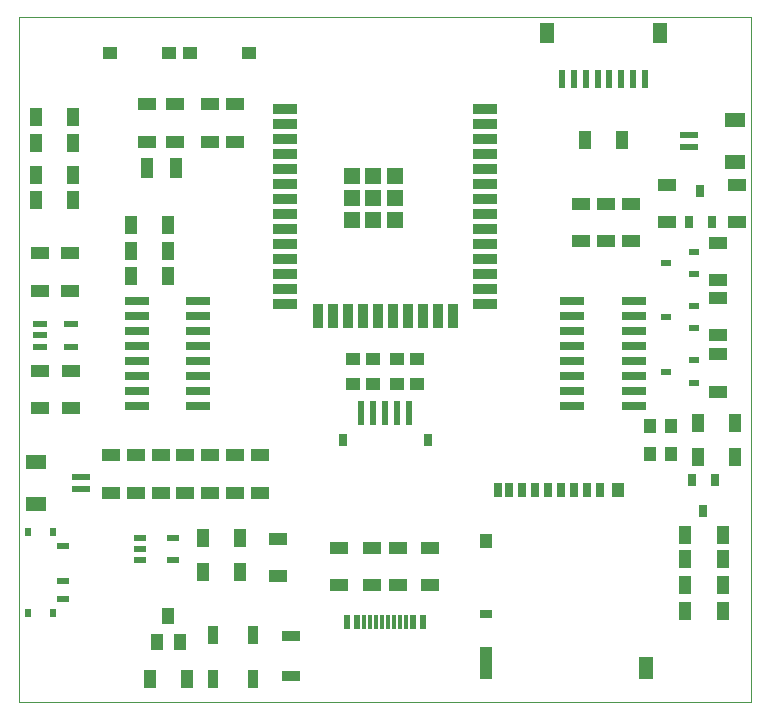
<source format=gbr>
G04 PROTEUS GERBER X2 FILE*
%TF.GenerationSoftware,Labcenter,Proteus,8.17-SP5-Build39395*%
%TF.CreationDate,2025-01-31T21:13:05+00:00*%
%TF.FileFunction,Paste,Top*%
%TF.FilePolarity,Positive*%
%TF.Part,Single*%
%TF.SameCoordinates,{25d9a88a-2623-41a1-bce1-36a6f26497cc}*%
%FSLAX45Y45*%
%MOMM*%
G01*
%TA.AperFunction,Material*%
%ADD106R,0.590000X1.150000*%
%ADD107R,0.300000X1.150000*%
%TA.AperFunction,Material*%
%ADD108R,0.889000X1.524000*%
%TA.AperFunction,Material*%
%ADD109R,1.092200X0.609600*%
%TA.AperFunction,Material*%
%ADD110R,2.000000X0.900000*%
%ADD111R,0.900000X2.000000*%
%ADD112R,1.330000X1.330000*%
%TA.AperFunction,Material*%
%ADD113R,2.032000X0.635000*%
%TA.AperFunction,Material*%
%ADD114R,1.524000X1.016000*%
%TA.AperFunction,Material*%
%ADD115R,0.700000X1.200000*%
%ADD116R,1.000000X1.200000*%
%ADD117R,1.000000X2.800000*%
%ADD118R,1.300000X1.899920*%
%ADD119R,1.000000X0.800100*%
%TA.AperFunction,Material*%
%ADD120R,1.000000X0.500000*%
%ADD121R,0.500000X0.800000*%
%TA.AperFunction,Material*%
%ADD122R,1.550000X0.600000*%
%ADD123R,1.800000X1.200000*%
%TA.AperFunction,Material*%
%ADD124R,1.000000X1.400000*%
%TA.AperFunction,Material*%
%ADD125R,1.016000X1.524000*%
%TA.AperFunction,Material*%
%ADD126R,1.270000X0.558800*%
%TA.AperFunction,Material*%
%ADD127R,1.250000X1.100000*%
%ADD128R,1.000000X1.800000*%
%TA.AperFunction,Material*%
%ADD129R,0.939800X0.609600*%
%ADD130R,0.700000X1.000000*%
%TA.AperFunction,Material*%
%ADD131R,0.600000X1.550000*%
%ADD132R,1.200000X1.800000*%
%TA.AperFunction,Material*%
%ADD133R,1.524000X0.889000*%
%ADD134R,1.270000X1.016000*%
%TA.AperFunction,Material*%
%ADD135R,0.600000X2.000000*%
%ADD136R,0.750000X1.000000*%
%TA.AperFunction,Material*%
%ADD137R,1.100000X1.300000*%
%TA.AperFunction,Profile*%
%ADD46C,0.101600*%
%TD.AperFunction*%
D106*
X+2780000Y+680000D03*
X+2860000Y+680000D03*
D107*
X+2975000Y+680000D03*
X+3075000Y+680000D03*
X+3125000Y+680000D03*
X+3225000Y+680000D03*
D106*
X+3420000Y+680000D03*
X+3340000Y+680000D03*
D107*
X+3275006Y+680000D03*
X+3175000Y+680000D03*
X+3025000Y+680000D03*
X+2924994Y+680000D03*
D108*
X+1981125Y+570000D03*
X+1641125Y+570000D03*
D109*
X+1024388Y+1391008D03*
X+1024388Y+1296008D03*
X+1024388Y+1201008D03*
X+1304388Y+1201008D03*
X+1304388Y+1391008D03*
D110*
X+2250000Y+5020000D03*
X+2250000Y+4893000D03*
X+2250000Y+4766000D03*
X+2250000Y+4639000D03*
X+2250000Y+4512000D03*
X+2250000Y+4385000D03*
X+2250000Y+4258000D03*
X+2250000Y+4131000D03*
X+2250000Y+4004000D03*
X+2250000Y+3877000D03*
X+2250000Y+3750000D03*
X+2250000Y+3623000D03*
X+2250000Y+3496000D03*
X+2250000Y+3369000D03*
D111*
X+2528500Y+3269000D03*
X+2655500Y+3269000D03*
X+2782500Y+3269000D03*
X+2909500Y+3269000D03*
X+3036500Y+3269000D03*
X+3163500Y+3269000D03*
X+3290500Y+3269000D03*
X+3417500Y+3269000D03*
X+3544500Y+3269000D03*
X+3671500Y+3269000D03*
D110*
X+3950000Y+3369000D03*
X+3950000Y+3496000D03*
X+3950000Y+3623000D03*
X+3950000Y+3750000D03*
X+3950000Y+3877000D03*
X+3950000Y+4004000D03*
X+3950000Y+4131000D03*
X+3950000Y+4258000D03*
X+3950000Y+4385000D03*
X+3950000Y+4512000D03*
X+3950000Y+4639000D03*
X+3950000Y+4766000D03*
X+3950000Y+4893000D03*
X+3950000Y+5020000D03*
D112*
X+2817000Y+4454000D03*
X+3000000Y+4454000D03*
X+3183000Y+4454000D03*
X+2817000Y+4270000D03*
X+3000000Y+4270000D03*
X+3183000Y+4270000D03*
X+2817000Y+4087000D03*
X+3000000Y+4087000D03*
X+3183000Y+4087000D03*
D113*
X+4684650Y+3395000D03*
X+4684650Y+3268000D03*
X+4684650Y+3141000D03*
X+4684650Y+3014000D03*
X+4684650Y+2887000D03*
X+4684650Y+2760000D03*
X+4684650Y+2633000D03*
X+4684650Y+2506000D03*
X+5205350Y+2506000D03*
X+5205350Y+2633000D03*
X+5205350Y+2760000D03*
X+5205350Y+2887000D03*
X+5205350Y+3014000D03*
X+5205350Y+3141000D03*
X+5205350Y+3268000D03*
X+5205350Y+3395000D03*
D114*
X+3210000Y+991170D03*
X+3210000Y+1306130D03*
X+2990000Y+991170D03*
X+2990000Y+1306130D03*
X+4970000Y+3907520D03*
X+4970000Y+4222480D03*
X+4760000Y+3907520D03*
X+4760000Y+4222480D03*
D115*
X+4917000Y+1798000D03*
X+4807000Y+1798000D03*
X+4698000Y+1798000D03*
X+4587000Y+1798000D03*
X+4477000Y+1798000D03*
X+4368000Y+1798000D03*
X+4258000Y+1798000D03*
X+4147494Y+1798000D03*
D116*
X+3957502Y+1368000D03*
D117*
X+3957502Y+332488D03*
D118*
X+5307512Y+288000D03*
D116*
X+5073000Y+1798000D03*
D119*
X+3957502Y+747000D03*
D115*
X+4052498Y+1798000D03*
D114*
X+3480000Y+991170D03*
X+3480000Y+1306130D03*
X+2190000Y+1071170D03*
X+2190000Y+1386130D03*
D120*
X+370880Y+1325000D03*
X+370880Y+1025000D03*
X+370880Y+875000D03*
D121*
X+290880Y+755000D03*
X+80880Y+755000D03*
X+80880Y+1445000D03*
X+290880Y+1445000D03*
D122*
X+529600Y+1906060D03*
X+529600Y+1806060D03*
D123*
X+141608Y+2036060D03*
X+141608Y+1676060D03*
D124*
X+1170616Y+513834D03*
X+1360608Y+513834D03*
X+1265612Y+733834D03*
D108*
X+1981125Y+200000D03*
X+1641125Y+200000D03*
D125*
X+1423092Y+200000D03*
X+1108132Y+200000D03*
X+1554158Y+1101008D03*
X+1869118Y+1101008D03*
X+1554158Y+1391008D03*
X+1869118Y+1391008D03*
D126*
X+180000Y+3199020D03*
X+180000Y+3105040D03*
X+180000Y+3011060D03*
X+439080Y+3011060D03*
X+439080Y+3199020D03*
D114*
X+438160Y+2807205D03*
X+438160Y+2492245D03*
X+430000Y+3485040D03*
X+430000Y+3800000D03*
X+180000Y+3485040D03*
X+180000Y+3800000D03*
X+179080Y+2807205D03*
X+179080Y+2492245D03*
D113*
X+1520000Y+2510000D03*
X+1520000Y+2637000D03*
X+1520000Y+2764000D03*
X+1520000Y+2891000D03*
X+1520000Y+3018000D03*
X+1520000Y+3145000D03*
X+1520000Y+3272000D03*
X+1520000Y+3399000D03*
X+999300Y+3399000D03*
X+999300Y+3272000D03*
X+999300Y+3145000D03*
X+999300Y+3018000D03*
X+999300Y+2891000D03*
X+999300Y+2764000D03*
X+999300Y+2637000D03*
X+999300Y+2510000D03*
D114*
X+1410000Y+1775660D03*
X+1410000Y+2090620D03*
X+1620000Y+1775660D03*
X+1620000Y+2090620D03*
X+1830000Y+1775660D03*
X+1830000Y+2090620D03*
X+2040000Y+1775660D03*
X+2040000Y+2090620D03*
X+990000Y+1775660D03*
X+990000Y+2090620D03*
X+1200000Y+1775660D03*
X+1200000Y+2090620D03*
X+780000Y+2090620D03*
X+780000Y+1775660D03*
D125*
X+1264960Y+3820000D03*
X+950000Y+3820000D03*
X+1264960Y+3610000D03*
X+950000Y+3610000D03*
X+1264960Y+4040000D03*
X+950000Y+4040000D03*
D114*
X+1830000Y+5062480D03*
X+1830000Y+4747520D03*
X+1615000Y+5062480D03*
X+1615000Y+4747520D03*
D125*
X+142520Y+4250000D03*
X+457480Y+4250000D03*
X+457480Y+4460000D03*
X+142520Y+4460000D03*
D127*
X+1270000Y+5500000D03*
X+770000Y+5500000D03*
D125*
X+142520Y+4953940D03*
X+457480Y+4953940D03*
X+457480Y+4738940D03*
X+142520Y+4738940D03*
D127*
X+1450000Y+5500000D03*
X+1950000Y+5500000D03*
D125*
X+5642520Y+770000D03*
X+5957480Y+770000D03*
X+5642520Y+990000D03*
X+5957480Y+990000D03*
D128*
X+1080000Y+4520000D03*
X+1330000Y+4520000D03*
D114*
X+1325000Y+4747520D03*
X+1325000Y+5062480D03*
X+1085000Y+4747520D03*
X+1085000Y+5062480D03*
D129*
X+5712516Y+2705000D03*
X+5712516Y+2895000D03*
X+5482516Y+2800000D03*
X+5712516Y+3165000D03*
X+5712516Y+3355000D03*
X+5482516Y+3260000D03*
X+5712516Y+3625000D03*
X+5712516Y+3815000D03*
X+5482516Y+3720000D03*
D114*
X+5922516Y+2945040D03*
X+5922516Y+2630080D03*
X+5922516Y+3420040D03*
X+5922516Y+3105080D03*
X+5922516Y+3890080D03*
X+5922516Y+3575120D03*
D130*
X+5890000Y+1880000D03*
X+5700008Y+1880000D03*
X+5795004Y+1620000D03*
D125*
X+5642520Y+1210000D03*
X+5957480Y+1210000D03*
X+5957480Y+1420000D03*
X+5642520Y+1420000D03*
X+5110000Y+4760000D03*
X+4795040Y+4760000D03*
D114*
X+5180000Y+3907520D03*
X+5180000Y+4222480D03*
D125*
X+5750000Y+2360000D03*
X+6064960Y+2360000D03*
X+5750000Y+2080000D03*
X+6064960Y+2080000D03*
D131*
X+5300012Y+5278880D03*
X+5200000Y+5278880D03*
X+5100000Y+5278880D03*
X+5000000Y+5278880D03*
X+4900000Y+5278880D03*
X+4800000Y+5278880D03*
X+4700000Y+5278880D03*
X+4599988Y+5278880D03*
D132*
X+5430000Y+5665880D03*
X+4470000Y+5665880D03*
D133*
X+2300000Y+560000D03*
X+2300000Y+220000D03*
D134*
X+3370000Y+2691640D03*
X+3370000Y+2905000D03*
X+3200000Y+2691640D03*
X+3200000Y+2905000D03*
X+3000000Y+2691640D03*
X+3000000Y+2905000D03*
X+2830000Y+2691640D03*
X+2830000Y+2905000D03*
D135*
X+3300000Y+2450000D03*
X+3200000Y+2450000D03*
X+3100000Y+2450000D03*
X+3000000Y+2450000D03*
X+2900000Y+2450000D03*
D136*
X+3460000Y+2220000D03*
X+2740000Y+2220000D03*
D137*
X+5340000Y+2335000D03*
X+5340000Y+2105000D03*
X+5520000Y+2105000D03*
X+5520000Y+2335000D03*
D114*
X+2710000Y+990000D03*
X+2710000Y+1304960D03*
D122*
X+5672000Y+4700000D03*
X+5672000Y+4800000D03*
D123*
X+6059992Y+4570000D03*
X+6059992Y+4930000D03*
D130*
X+5675004Y+4070000D03*
X+5864996Y+4070000D03*
X+5770000Y+4330000D03*
D114*
X+6080000Y+4380000D03*
X+6080000Y+4065040D03*
X+5490000Y+4380000D03*
X+5490000Y+4065040D03*
D46*
X+0Y+0D02*
X+6200000Y+0D01*
X+6200000Y+5800000D01*
X+0Y+5800000D01*
X+0Y+0D01*
M02*

</source>
